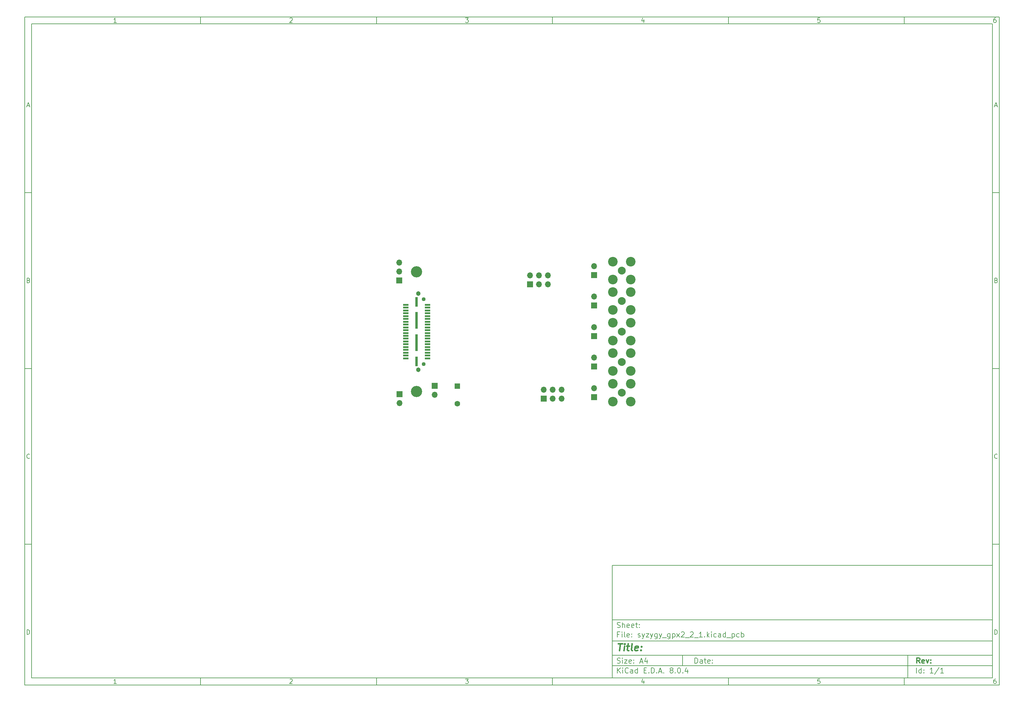
<source format=gbr>
%TF.GenerationSoftware,KiCad,Pcbnew,8.0.4*%
%TF.CreationDate,2025-07-14T14:52:46+02:00*%
%TF.ProjectId,syzygy_gpx2_2_1,73797a79-6779-45f6-9770-78325f325f31,rev?*%
%TF.SameCoordinates,Original*%
%TF.FileFunction,Soldermask,Bot*%
%TF.FilePolarity,Negative*%
%FSLAX46Y46*%
G04 Gerber Fmt 4.6, Leading zero omitted, Abs format (unit mm)*
G04 Created by KiCad (PCBNEW 8.0.4) date 2025-07-14 14:52:46*
%MOMM*%
%LPD*%
G01*
G04 APERTURE LIST*
G04 Aperture macros list*
%AMRoundRect*
0 Rectangle with rounded corners*
0 $1 Rounding radius*
0 $2 $3 $4 $5 $6 $7 $8 $9 X,Y pos of 4 corners*
0 Add a 4 corners polygon primitive as box body*
4,1,4,$2,$3,$4,$5,$6,$7,$8,$9,$2,$3,0*
0 Add four circle primitives for the rounded corners*
1,1,$1+$1,$2,$3*
1,1,$1+$1,$4,$5*
1,1,$1+$1,$6,$7*
1,1,$1+$1,$8,$9*
0 Add four rect primitives between the rounded corners*
20,1,$1+$1,$2,$3,$4,$5,0*
20,1,$1+$1,$4,$5,$6,$7,0*
20,1,$1+$1,$6,$7,$8,$9,0*
20,1,$1+$1,$8,$9,$2,$3,0*%
G04 Aperture macros list end*
%ADD10C,0.100000*%
%ADD11C,0.150000*%
%ADD12C,0.300000*%
%ADD13C,0.400000*%
%ADD14R,1.700000X1.700000*%
%ADD15O,1.700000X1.700000*%
%ADD16C,2.240000*%
%ADD17C,2.740000*%
%ADD18R,1.600000X1.600000*%
%ADD19C,1.600000*%
%ADD20C,3.200000*%
%ADD21C,1.121600*%
%ADD22RoundRect,0.050800X0.320000X-1.270000X0.320000X1.270000X-0.320000X1.270000X-0.320000X-1.270000X0*%
%ADD23RoundRect,0.050800X0.320000X-2.350000X0.320000X2.350000X-0.320000X2.350000X-0.320000X-2.350000X0*%
%ADD24RoundRect,0.050800X0.725000X-0.230000X0.725000X0.230000X-0.725000X0.230000X-0.725000X-0.230000X0*%
%ADD25C,1.301600*%
G04 APERTURE END LIST*
D10*
D11*
X177002200Y-166007200D02*
X285002200Y-166007200D01*
X285002200Y-198007200D01*
X177002200Y-198007200D01*
X177002200Y-166007200D01*
D10*
D11*
X10000000Y-10000000D02*
X287002200Y-10000000D01*
X287002200Y-200007200D01*
X10000000Y-200007200D01*
X10000000Y-10000000D01*
D10*
D11*
X12000000Y-12000000D02*
X285002200Y-12000000D01*
X285002200Y-198007200D01*
X12000000Y-198007200D01*
X12000000Y-12000000D01*
D10*
D11*
X60000000Y-12000000D02*
X60000000Y-10000000D01*
D10*
D11*
X110000000Y-12000000D02*
X110000000Y-10000000D01*
D10*
D11*
X160000000Y-12000000D02*
X160000000Y-10000000D01*
D10*
D11*
X210000000Y-12000000D02*
X210000000Y-10000000D01*
D10*
D11*
X260000000Y-12000000D02*
X260000000Y-10000000D01*
D10*
D11*
X36089160Y-11593604D02*
X35346303Y-11593604D01*
X35717731Y-11593604D02*
X35717731Y-10293604D01*
X35717731Y-10293604D02*
X35593922Y-10479319D01*
X35593922Y-10479319D02*
X35470112Y-10603128D01*
X35470112Y-10603128D02*
X35346303Y-10665033D01*
D10*
D11*
X85346303Y-10417414D02*
X85408207Y-10355509D01*
X85408207Y-10355509D02*
X85532017Y-10293604D01*
X85532017Y-10293604D02*
X85841541Y-10293604D01*
X85841541Y-10293604D02*
X85965350Y-10355509D01*
X85965350Y-10355509D02*
X86027255Y-10417414D01*
X86027255Y-10417414D02*
X86089160Y-10541223D01*
X86089160Y-10541223D02*
X86089160Y-10665033D01*
X86089160Y-10665033D02*
X86027255Y-10850747D01*
X86027255Y-10850747D02*
X85284398Y-11593604D01*
X85284398Y-11593604D02*
X86089160Y-11593604D01*
D10*
D11*
X135284398Y-10293604D02*
X136089160Y-10293604D01*
X136089160Y-10293604D02*
X135655826Y-10788842D01*
X135655826Y-10788842D02*
X135841541Y-10788842D01*
X135841541Y-10788842D02*
X135965350Y-10850747D01*
X135965350Y-10850747D02*
X136027255Y-10912652D01*
X136027255Y-10912652D02*
X136089160Y-11036461D01*
X136089160Y-11036461D02*
X136089160Y-11345985D01*
X136089160Y-11345985D02*
X136027255Y-11469795D01*
X136027255Y-11469795D02*
X135965350Y-11531700D01*
X135965350Y-11531700D02*
X135841541Y-11593604D01*
X135841541Y-11593604D02*
X135470112Y-11593604D01*
X135470112Y-11593604D02*
X135346303Y-11531700D01*
X135346303Y-11531700D02*
X135284398Y-11469795D01*
D10*
D11*
X185965350Y-10726938D02*
X185965350Y-11593604D01*
X185655826Y-10231700D02*
X185346303Y-11160271D01*
X185346303Y-11160271D02*
X186151064Y-11160271D01*
D10*
D11*
X236027255Y-10293604D02*
X235408207Y-10293604D01*
X235408207Y-10293604D02*
X235346303Y-10912652D01*
X235346303Y-10912652D02*
X235408207Y-10850747D01*
X235408207Y-10850747D02*
X235532017Y-10788842D01*
X235532017Y-10788842D02*
X235841541Y-10788842D01*
X235841541Y-10788842D02*
X235965350Y-10850747D01*
X235965350Y-10850747D02*
X236027255Y-10912652D01*
X236027255Y-10912652D02*
X236089160Y-11036461D01*
X236089160Y-11036461D02*
X236089160Y-11345985D01*
X236089160Y-11345985D02*
X236027255Y-11469795D01*
X236027255Y-11469795D02*
X235965350Y-11531700D01*
X235965350Y-11531700D02*
X235841541Y-11593604D01*
X235841541Y-11593604D02*
X235532017Y-11593604D01*
X235532017Y-11593604D02*
X235408207Y-11531700D01*
X235408207Y-11531700D02*
X235346303Y-11469795D01*
D10*
D11*
X285965350Y-10293604D02*
X285717731Y-10293604D01*
X285717731Y-10293604D02*
X285593922Y-10355509D01*
X285593922Y-10355509D02*
X285532017Y-10417414D01*
X285532017Y-10417414D02*
X285408207Y-10603128D01*
X285408207Y-10603128D02*
X285346303Y-10850747D01*
X285346303Y-10850747D02*
X285346303Y-11345985D01*
X285346303Y-11345985D02*
X285408207Y-11469795D01*
X285408207Y-11469795D02*
X285470112Y-11531700D01*
X285470112Y-11531700D02*
X285593922Y-11593604D01*
X285593922Y-11593604D02*
X285841541Y-11593604D01*
X285841541Y-11593604D02*
X285965350Y-11531700D01*
X285965350Y-11531700D02*
X286027255Y-11469795D01*
X286027255Y-11469795D02*
X286089160Y-11345985D01*
X286089160Y-11345985D02*
X286089160Y-11036461D01*
X286089160Y-11036461D02*
X286027255Y-10912652D01*
X286027255Y-10912652D02*
X285965350Y-10850747D01*
X285965350Y-10850747D02*
X285841541Y-10788842D01*
X285841541Y-10788842D02*
X285593922Y-10788842D01*
X285593922Y-10788842D02*
X285470112Y-10850747D01*
X285470112Y-10850747D02*
X285408207Y-10912652D01*
X285408207Y-10912652D02*
X285346303Y-11036461D01*
D10*
D11*
X60000000Y-198007200D02*
X60000000Y-200007200D01*
D10*
D11*
X110000000Y-198007200D02*
X110000000Y-200007200D01*
D10*
D11*
X160000000Y-198007200D02*
X160000000Y-200007200D01*
D10*
D11*
X210000000Y-198007200D02*
X210000000Y-200007200D01*
D10*
D11*
X260000000Y-198007200D02*
X260000000Y-200007200D01*
D10*
D11*
X36089160Y-199600804D02*
X35346303Y-199600804D01*
X35717731Y-199600804D02*
X35717731Y-198300804D01*
X35717731Y-198300804D02*
X35593922Y-198486519D01*
X35593922Y-198486519D02*
X35470112Y-198610328D01*
X35470112Y-198610328D02*
X35346303Y-198672233D01*
D10*
D11*
X85346303Y-198424614D02*
X85408207Y-198362709D01*
X85408207Y-198362709D02*
X85532017Y-198300804D01*
X85532017Y-198300804D02*
X85841541Y-198300804D01*
X85841541Y-198300804D02*
X85965350Y-198362709D01*
X85965350Y-198362709D02*
X86027255Y-198424614D01*
X86027255Y-198424614D02*
X86089160Y-198548423D01*
X86089160Y-198548423D02*
X86089160Y-198672233D01*
X86089160Y-198672233D02*
X86027255Y-198857947D01*
X86027255Y-198857947D02*
X85284398Y-199600804D01*
X85284398Y-199600804D02*
X86089160Y-199600804D01*
D10*
D11*
X135284398Y-198300804D02*
X136089160Y-198300804D01*
X136089160Y-198300804D02*
X135655826Y-198796042D01*
X135655826Y-198796042D02*
X135841541Y-198796042D01*
X135841541Y-198796042D02*
X135965350Y-198857947D01*
X135965350Y-198857947D02*
X136027255Y-198919852D01*
X136027255Y-198919852D02*
X136089160Y-199043661D01*
X136089160Y-199043661D02*
X136089160Y-199353185D01*
X136089160Y-199353185D02*
X136027255Y-199476995D01*
X136027255Y-199476995D02*
X135965350Y-199538900D01*
X135965350Y-199538900D02*
X135841541Y-199600804D01*
X135841541Y-199600804D02*
X135470112Y-199600804D01*
X135470112Y-199600804D02*
X135346303Y-199538900D01*
X135346303Y-199538900D02*
X135284398Y-199476995D01*
D10*
D11*
X185965350Y-198734138D02*
X185965350Y-199600804D01*
X185655826Y-198238900D02*
X185346303Y-199167471D01*
X185346303Y-199167471D02*
X186151064Y-199167471D01*
D10*
D11*
X236027255Y-198300804D02*
X235408207Y-198300804D01*
X235408207Y-198300804D02*
X235346303Y-198919852D01*
X235346303Y-198919852D02*
X235408207Y-198857947D01*
X235408207Y-198857947D02*
X235532017Y-198796042D01*
X235532017Y-198796042D02*
X235841541Y-198796042D01*
X235841541Y-198796042D02*
X235965350Y-198857947D01*
X235965350Y-198857947D02*
X236027255Y-198919852D01*
X236027255Y-198919852D02*
X236089160Y-199043661D01*
X236089160Y-199043661D02*
X236089160Y-199353185D01*
X236089160Y-199353185D02*
X236027255Y-199476995D01*
X236027255Y-199476995D02*
X235965350Y-199538900D01*
X235965350Y-199538900D02*
X235841541Y-199600804D01*
X235841541Y-199600804D02*
X235532017Y-199600804D01*
X235532017Y-199600804D02*
X235408207Y-199538900D01*
X235408207Y-199538900D02*
X235346303Y-199476995D01*
D10*
D11*
X285965350Y-198300804D02*
X285717731Y-198300804D01*
X285717731Y-198300804D02*
X285593922Y-198362709D01*
X285593922Y-198362709D02*
X285532017Y-198424614D01*
X285532017Y-198424614D02*
X285408207Y-198610328D01*
X285408207Y-198610328D02*
X285346303Y-198857947D01*
X285346303Y-198857947D02*
X285346303Y-199353185D01*
X285346303Y-199353185D02*
X285408207Y-199476995D01*
X285408207Y-199476995D02*
X285470112Y-199538900D01*
X285470112Y-199538900D02*
X285593922Y-199600804D01*
X285593922Y-199600804D02*
X285841541Y-199600804D01*
X285841541Y-199600804D02*
X285965350Y-199538900D01*
X285965350Y-199538900D02*
X286027255Y-199476995D01*
X286027255Y-199476995D02*
X286089160Y-199353185D01*
X286089160Y-199353185D02*
X286089160Y-199043661D01*
X286089160Y-199043661D02*
X286027255Y-198919852D01*
X286027255Y-198919852D02*
X285965350Y-198857947D01*
X285965350Y-198857947D02*
X285841541Y-198796042D01*
X285841541Y-198796042D02*
X285593922Y-198796042D01*
X285593922Y-198796042D02*
X285470112Y-198857947D01*
X285470112Y-198857947D02*
X285408207Y-198919852D01*
X285408207Y-198919852D02*
X285346303Y-199043661D01*
D10*
D11*
X10000000Y-60000000D02*
X12000000Y-60000000D01*
D10*
D11*
X10000000Y-110000000D02*
X12000000Y-110000000D01*
D10*
D11*
X10000000Y-160000000D02*
X12000000Y-160000000D01*
D10*
D11*
X10690476Y-35222176D02*
X11309523Y-35222176D01*
X10566666Y-35593604D02*
X10999999Y-34293604D01*
X10999999Y-34293604D02*
X11433333Y-35593604D01*
D10*
D11*
X11092857Y-84912652D02*
X11278571Y-84974557D01*
X11278571Y-84974557D02*
X11340476Y-85036461D01*
X11340476Y-85036461D02*
X11402380Y-85160271D01*
X11402380Y-85160271D02*
X11402380Y-85345985D01*
X11402380Y-85345985D02*
X11340476Y-85469795D01*
X11340476Y-85469795D02*
X11278571Y-85531700D01*
X11278571Y-85531700D02*
X11154761Y-85593604D01*
X11154761Y-85593604D02*
X10659523Y-85593604D01*
X10659523Y-85593604D02*
X10659523Y-84293604D01*
X10659523Y-84293604D02*
X11092857Y-84293604D01*
X11092857Y-84293604D02*
X11216666Y-84355509D01*
X11216666Y-84355509D02*
X11278571Y-84417414D01*
X11278571Y-84417414D02*
X11340476Y-84541223D01*
X11340476Y-84541223D02*
X11340476Y-84665033D01*
X11340476Y-84665033D02*
X11278571Y-84788842D01*
X11278571Y-84788842D02*
X11216666Y-84850747D01*
X11216666Y-84850747D02*
X11092857Y-84912652D01*
X11092857Y-84912652D02*
X10659523Y-84912652D01*
D10*
D11*
X11402380Y-135469795D02*
X11340476Y-135531700D01*
X11340476Y-135531700D02*
X11154761Y-135593604D01*
X11154761Y-135593604D02*
X11030952Y-135593604D01*
X11030952Y-135593604D02*
X10845238Y-135531700D01*
X10845238Y-135531700D02*
X10721428Y-135407890D01*
X10721428Y-135407890D02*
X10659523Y-135284080D01*
X10659523Y-135284080D02*
X10597619Y-135036461D01*
X10597619Y-135036461D02*
X10597619Y-134850747D01*
X10597619Y-134850747D02*
X10659523Y-134603128D01*
X10659523Y-134603128D02*
X10721428Y-134479319D01*
X10721428Y-134479319D02*
X10845238Y-134355509D01*
X10845238Y-134355509D02*
X11030952Y-134293604D01*
X11030952Y-134293604D02*
X11154761Y-134293604D01*
X11154761Y-134293604D02*
X11340476Y-134355509D01*
X11340476Y-134355509D02*
X11402380Y-134417414D01*
D10*
D11*
X10659523Y-185593604D02*
X10659523Y-184293604D01*
X10659523Y-184293604D02*
X10969047Y-184293604D01*
X10969047Y-184293604D02*
X11154761Y-184355509D01*
X11154761Y-184355509D02*
X11278571Y-184479319D01*
X11278571Y-184479319D02*
X11340476Y-184603128D01*
X11340476Y-184603128D02*
X11402380Y-184850747D01*
X11402380Y-184850747D02*
X11402380Y-185036461D01*
X11402380Y-185036461D02*
X11340476Y-185284080D01*
X11340476Y-185284080D02*
X11278571Y-185407890D01*
X11278571Y-185407890D02*
X11154761Y-185531700D01*
X11154761Y-185531700D02*
X10969047Y-185593604D01*
X10969047Y-185593604D02*
X10659523Y-185593604D01*
D10*
D11*
X287002200Y-60000000D02*
X285002200Y-60000000D01*
D10*
D11*
X287002200Y-110000000D02*
X285002200Y-110000000D01*
D10*
D11*
X287002200Y-160000000D02*
X285002200Y-160000000D01*
D10*
D11*
X285692676Y-35222176D02*
X286311723Y-35222176D01*
X285568866Y-35593604D02*
X286002199Y-34293604D01*
X286002199Y-34293604D02*
X286435533Y-35593604D01*
D10*
D11*
X286095057Y-84912652D02*
X286280771Y-84974557D01*
X286280771Y-84974557D02*
X286342676Y-85036461D01*
X286342676Y-85036461D02*
X286404580Y-85160271D01*
X286404580Y-85160271D02*
X286404580Y-85345985D01*
X286404580Y-85345985D02*
X286342676Y-85469795D01*
X286342676Y-85469795D02*
X286280771Y-85531700D01*
X286280771Y-85531700D02*
X286156961Y-85593604D01*
X286156961Y-85593604D02*
X285661723Y-85593604D01*
X285661723Y-85593604D02*
X285661723Y-84293604D01*
X285661723Y-84293604D02*
X286095057Y-84293604D01*
X286095057Y-84293604D02*
X286218866Y-84355509D01*
X286218866Y-84355509D02*
X286280771Y-84417414D01*
X286280771Y-84417414D02*
X286342676Y-84541223D01*
X286342676Y-84541223D02*
X286342676Y-84665033D01*
X286342676Y-84665033D02*
X286280771Y-84788842D01*
X286280771Y-84788842D02*
X286218866Y-84850747D01*
X286218866Y-84850747D02*
X286095057Y-84912652D01*
X286095057Y-84912652D02*
X285661723Y-84912652D01*
D10*
D11*
X286404580Y-135469795D02*
X286342676Y-135531700D01*
X286342676Y-135531700D02*
X286156961Y-135593604D01*
X286156961Y-135593604D02*
X286033152Y-135593604D01*
X286033152Y-135593604D02*
X285847438Y-135531700D01*
X285847438Y-135531700D02*
X285723628Y-135407890D01*
X285723628Y-135407890D02*
X285661723Y-135284080D01*
X285661723Y-135284080D02*
X285599819Y-135036461D01*
X285599819Y-135036461D02*
X285599819Y-134850747D01*
X285599819Y-134850747D02*
X285661723Y-134603128D01*
X285661723Y-134603128D02*
X285723628Y-134479319D01*
X285723628Y-134479319D02*
X285847438Y-134355509D01*
X285847438Y-134355509D02*
X286033152Y-134293604D01*
X286033152Y-134293604D02*
X286156961Y-134293604D01*
X286156961Y-134293604D02*
X286342676Y-134355509D01*
X286342676Y-134355509D02*
X286404580Y-134417414D01*
D10*
D11*
X285661723Y-185593604D02*
X285661723Y-184293604D01*
X285661723Y-184293604D02*
X285971247Y-184293604D01*
X285971247Y-184293604D02*
X286156961Y-184355509D01*
X286156961Y-184355509D02*
X286280771Y-184479319D01*
X286280771Y-184479319D02*
X286342676Y-184603128D01*
X286342676Y-184603128D02*
X286404580Y-184850747D01*
X286404580Y-184850747D02*
X286404580Y-185036461D01*
X286404580Y-185036461D02*
X286342676Y-185284080D01*
X286342676Y-185284080D02*
X286280771Y-185407890D01*
X286280771Y-185407890D02*
X286156961Y-185531700D01*
X286156961Y-185531700D02*
X285971247Y-185593604D01*
X285971247Y-185593604D02*
X285661723Y-185593604D01*
D10*
D11*
X200458026Y-193793328D02*
X200458026Y-192293328D01*
X200458026Y-192293328D02*
X200815169Y-192293328D01*
X200815169Y-192293328D02*
X201029455Y-192364757D01*
X201029455Y-192364757D02*
X201172312Y-192507614D01*
X201172312Y-192507614D02*
X201243741Y-192650471D01*
X201243741Y-192650471D02*
X201315169Y-192936185D01*
X201315169Y-192936185D02*
X201315169Y-193150471D01*
X201315169Y-193150471D02*
X201243741Y-193436185D01*
X201243741Y-193436185D02*
X201172312Y-193579042D01*
X201172312Y-193579042D02*
X201029455Y-193721900D01*
X201029455Y-193721900D02*
X200815169Y-193793328D01*
X200815169Y-193793328D02*
X200458026Y-193793328D01*
X202600884Y-193793328D02*
X202600884Y-193007614D01*
X202600884Y-193007614D02*
X202529455Y-192864757D01*
X202529455Y-192864757D02*
X202386598Y-192793328D01*
X202386598Y-192793328D02*
X202100884Y-192793328D01*
X202100884Y-192793328D02*
X201958026Y-192864757D01*
X202600884Y-193721900D02*
X202458026Y-193793328D01*
X202458026Y-193793328D02*
X202100884Y-193793328D01*
X202100884Y-193793328D02*
X201958026Y-193721900D01*
X201958026Y-193721900D02*
X201886598Y-193579042D01*
X201886598Y-193579042D02*
X201886598Y-193436185D01*
X201886598Y-193436185D02*
X201958026Y-193293328D01*
X201958026Y-193293328D02*
X202100884Y-193221900D01*
X202100884Y-193221900D02*
X202458026Y-193221900D01*
X202458026Y-193221900D02*
X202600884Y-193150471D01*
X203100884Y-192793328D02*
X203672312Y-192793328D01*
X203315169Y-192293328D02*
X203315169Y-193579042D01*
X203315169Y-193579042D02*
X203386598Y-193721900D01*
X203386598Y-193721900D02*
X203529455Y-193793328D01*
X203529455Y-193793328D02*
X203672312Y-193793328D01*
X204743741Y-193721900D02*
X204600884Y-193793328D01*
X204600884Y-193793328D02*
X204315170Y-193793328D01*
X204315170Y-193793328D02*
X204172312Y-193721900D01*
X204172312Y-193721900D02*
X204100884Y-193579042D01*
X204100884Y-193579042D02*
X204100884Y-193007614D01*
X204100884Y-193007614D02*
X204172312Y-192864757D01*
X204172312Y-192864757D02*
X204315170Y-192793328D01*
X204315170Y-192793328D02*
X204600884Y-192793328D01*
X204600884Y-192793328D02*
X204743741Y-192864757D01*
X204743741Y-192864757D02*
X204815170Y-193007614D01*
X204815170Y-193007614D02*
X204815170Y-193150471D01*
X204815170Y-193150471D02*
X204100884Y-193293328D01*
X205458026Y-193650471D02*
X205529455Y-193721900D01*
X205529455Y-193721900D02*
X205458026Y-193793328D01*
X205458026Y-193793328D02*
X205386598Y-193721900D01*
X205386598Y-193721900D02*
X205458026Y-193650471D01*
X205458026Y-193650471D02*
X205458026Y-193793328D01*
X205458026Y-192864757D02*
X205529455Y-192936185D01*
X205529455Y-192936185D02*
X205458026Y-193007614D01*
X205458026Y-193007614D02*
X205386598Y-192936185D01*
X205386598Y-192936185D02*
X205458026Y-192864757D01*
X205458026Y-192864757D02*
X205458026Y-193007614D01*
D10*
D11*
X177002200Y-194507200D02*
X285002200Y-194507200D01*
D10*
D11*
X178458026Y-196593328D02*
X178458026Y-195093328D01*
X179315169Y-196593328D02*
X178672312Y-195736185D01*
X179315169Y-195093328D02*
X178458026Y-195950471D01*
X179958026Y-196593328D02*
X179958026Y-195593328D01*
X179958026Y-195093328D02*
X179886598Y-195164757D01*
X179886598Y-195164757D02*
X179958026Y-195236185D01*
X179958026Y-195236185D02*
X180029455Y-195164757D01*
X180029455Y-195164757D02*
X179958026Y-195093328D01*
X179958026Y-195093328D02*
X179958026Y-195236185D01*
X181529455Y-196450471D02*
X181458027Y-196521900D01*
X181458027Y-196521900D02*
X181243741Y-196593328D01*
X181243741Y-196593328D02*
X181100884Y-196593328D01*
X181100884Y-196593328D02*
X180886598Y-196521900D01*
X180886598Y-196521900D02*
X180743741Y-196379042D01*
X180743741Y-196379042D02*
X180672312Y-196236185D01*
X180672312Y-196236185D02*
X180600884Y-195950471D01*
X180600884Y-195950471D02*
X180600884Y-195736185D01*
X180600884Y-195736185D02*
X180672312Y-195450471D01*
X180672312Y-195450471D02*
X180743741Y-195307614D01*
X180743741Y-195307614D02*
X180886598Y-195164757D01*
X180886598Y-195164757D02*
X181100884Y-195093328D01*
X181100884Y-195093328D02*
X181243741Y-195093328D01*
X181243741Y-195093328D02*
X181458027Y-195164757D01*
X181458027Y-195164757D02*
X181529455Y-195236185D01*
X182815170Y-196593328D02*
X182815170Y-195807614D01*
X182815170Y-195807614D02*
X182743741Y-195664757D01*
X182743741Y-195664757D02*
X182600884Y-195593328D01*
X182600884Y-195593328D02*
X182315170Y-195593328D01*
X182315170Y-195593328D02*
X182172312Y-195664757D01*
X182815170Y-196521900D02*
X182672312Y-196593328D01*
X182672312Y-196593328D02*
X182315170Y-196593328D01*
X182315170Y-196593328D02*
X182172312Y-196521900D01*
X182172312Y-196521900D02*
X182100884Y-196379042D01*
X182100884Y-196379042D02*
X182100884Y-196236185D01*
X182100884Y-196236185D02*
X182172312Y-196093328D01*
X182172312Y-196093328D02*
X182315170Y-196021900D01*
X182315170Y-196021900D02*
X182672312Y-196021900D01*
X182672312Y-196021900D02*
X182815170Y-195950471D01*
X184172313Y-196593328D02*
X184172313Y-195093328D01*
X184172313Y-196521900D02*
X184029455Y-196593328D01*
X184029455Y-196593328D02*
X183743741Y-196593328D01*
X183743741Y-196593328D02*
X183600884Y-196521900D01*
X183600884Y-196521900D02*
X183529455Y-196450471D01*
X183529455Y-196450471D02*
X183458027Y-196307614D01*
X183458027Y-196307614D02*
X183458027Y-195879042D01*
X183458027Y-195879042D02*
X183529455Y-195736185D01*
X183529455Y-195736185D02*
X183600884Y-195664757D01*
X183600884Y-195664757D02*
X183743741Y-195593328D01*
X183743741Y-195593328D02*
X184029455Y-195593328D01*
X184029455Y-195593328D02*
X184172313Y-195664757D01*
X186029455Y-195807614D02*
X186529455Y-195807614D01*
X186743741Y-196593328D02*
X186029455Y-196593328D01*
X186029455Y-196593328D02*
X186029455Y-195093328D01*
X186029455Y-195093328D02*
X186743741Y-195093328D01*
X187386598Y-196450471D02*
X187458027Y-196521900D01*
X187458027Y-196521900D02*
X187386598Y-196593328D01*
X187386598Y-196593328D02*
X187315170Y-196521900D01*
X187315170Y-196521900D02*
X187386598Y-196450471D01*
X187386598Y-196450471D02*
X187386598Y-196593328D01*
X188100884Y-196593328D02*
X188100884Y-195093328D01*
X188100884Y-195093328D02*
X188458027Y-195093328D01*
X188458027Y-195093328D02*
X188672313Y-195164757D01*
X188672313Y-195164757D02*
X188815170Y-195307614D01*
X188815170Y-195307614D02*
X188886599Y-195450471D01*
X188886599Y-195450471D02*
X188958027Y-195736185D01*
X188958027Y-195736185D02*
X188958027Y-195950471D01*
X188958027Y-195950471D02*
X188886599Y-196236185D01*
X188886599Y-196236185D02*
X188815170Y-196379042D01*
X188815170Y-196379042D02*
X188672313Y-196521900D01*
X188672313Y-196521900D02*
X188458027Y-196593328D01*
X188458027Y-196593328D02*
X188100884Y-196593328D01*
X189600884Y-196450471D02*
X189672313Y-196521900D01*
X189672313Y-196521900D02*
X189600884Y-196593328D01*
X189600884Y-196593328D02*
X189529456Y-196521900D01*
X189529456Y-196521900D02*
X189600884Y-196450471D01*
X189600884Y-196450471D02*
X189600884Y-196593328D01*
X190243742Y-196164757D02*
X190958028Y-196164757D01*
X190100885Y-196593328D02*
X190600885Y-195093328D01*
X190600885Y-195093328D02*
X191100885Y-196593328D01*
X191600884Y-196450471D02*
X191672313Y-196521900D01*
X191672313Y-196521900D02*
X191600884Y-196593328D01*
X191600884Y-196593328D02*
X191529456Y-196521900D01*
X191529456Y-196521900D02*
X191600884Y-196450471D01*
X191600884Y-196450471D02*
X191600884Y-196593328D01*
X193672313Y-195736185D02*
X193529456Y-195664757D01*
X193529456Y-195664757D02*
X193458027Y-195593328D01*
X193458027Y-195593328D02*
X193386599Y-195450471D01*
X193386599Y-195450471D02*
X193386599Y-195379042D01*
X193386599Y-195379042D02*
X193458027Y-195236185D01*
X193458027Y-195236185D02*
X193529456Y-195164757D01*
X193529456Y-195164757D02*
X193672313Y-195093328D01*
X193672313Y-195093328D02*
X193958027Y-195093328D01*
X193958027Y-195093328D02*
X194100885Y-195164757D01*
X194100885Y-195164757D02*
X194172313Y-195236185D01*
X194172313Y-195236185D02*
X194243742Y-195379042D01*
X194243742Y-195379042D02*
X194243742Y-195450471D01*
X194243742Y-195450471D02*
X194172313Y-195593328D01*
X194172313Y-195593328D02*
X194100885Y-195664757D01*
X194100885Y-195664757D02*
X193958027Y-195736185D01*
X193958027Y-195736185D02*
X193672313Y-195736185D01*
X193672313Y-195736185D02*
X193529456Y-195807614D01*
X193529456Y-195807614D02*
X193458027Y-195879042D01*
X193458027Y-195879042D02*
X193386599Y-196021900D01*
X193386599Y-196021900D02*
X193386599Y-196307614D01*
X193386599Y-196307614D02*
X193458027Y-196450471D01*
X193458027Y-196450471D02*
X193529456Y-196521900D01*
X193529456Y-196521900D02*
X193672313Y-196593328D01*
X193672313Y-196593328D02*
X193958027Y-196593328D01*
X193958027Y-196593328D02*
X194100885Y-196521900D01*
X194100885Y-196521900D02*
X194172313Y-196450471D01*
X194172313Y-196450471D02*
X194243742Y-196307614D01*
X194243742Y-196307614D02*
X194243742Y-196021900D01*
X194243742Y-196021900D02*
X194172313Y-195879042D01*
X194172313Y-195879042D02*
X194100885Y-195807614D01*
X194100885Y-195807614D02*
X193958027Y-195736185D01*
X194886598Y-196450471D02*
X194958027Y-196521900D01*
X194958027Y-196521900D02*
X194886598Y-196593328D01*
X194886598Y-196593328D02*
X194815170Y-196521900D01*
X194815170Y-196521900D02*
X194886598Y-196450471D01*
X194886598Y-196450471D02*
X194886598Y-196593328D01*
X195886599Y-195093328D02*
X196029456Y-195093328D01*
X196029456Y-195093328D02*
X196172313Y-195164757D01*
X196172313Y-195164757D02*
X196243742Y-195236185D01*
X196243742Y-195236185D02*
X196315170Y-195379042D01*
X196315170Y-195379042D02*
X196386599Y-195664757D01*
X196386599Y-195664757D02*
X196386599Y-196021900D01*
X196386599Y-196021900D02*
X196315170Y-196307614D01*
X196315170Y-196307614D02*
X196243742Y-196450471D01*
X196243742Y-196450471D02*
X196172313Y-196521900D01*
X196172313Y-196521900D02*
X196029456Y-196593328D01*
X196029456Y-196593328D02*
X195886599Y-196593328D01*
X195886599Y-196593328D02*
X195743742Y-196521900D01*
X195743742Y-196521900D02*
X195672313Y-196450471D01*
X195672313Y-196450471D02*
X195600884Y-196307614D01*
X195600884Y-196307614D02*
X195529456Y-196021900D01*
X195529456Y-196021900D02*
X195529456Y-195664757D01*
X195529456Y-195664757D02*
X195600884Y-195379042D01*
X195600884Y-195379042D02*
X195672313Y-195236185D01*
X195672313Y-195236185D02*
X195743742Y-195164757D01*
X195743742Y-195164757D02*
X195886599Y-195093328D01*
X197029455Y-196450471D02*
X197100884Y-196521900D01*
X197100884Y-196521900D02*
X197029455Y-196593328D01*
X197029455Y-196593328D02*
X196958027Y-196521900D01*
X196958027Y-196521900D02*
X197029455Y-196450471D01*
X197029455Y-196450471D02*
X197029455Y-196593328D01*
X198386599Y-195593328D02*
X198386599Y-196593328D01*
X198029456Y-195021900D02*
X197672313Y-196093328D01*
X197672313Y-196093328D02*
X198600884Y-196093328D01*
D10*
D11*
X177002200Y-191507200D02*
X285002200Y-191507200D01*
D10*
D12*
X264413853Y-193785528D02*
X263913853Y-193071242D01*
X263556710Y-193785528D02*
X263556710Y-192285528D01*
X263556710Y-192285528D02*
X264128139Y-192285528D01*
X264128139Y-192285528D02*
X264270996Y-192356957D01*
X264270996Y-192356957D02*
X264342425Y-192428385D01*
X264342425Y-192428385D02*
X264413853Y-192571242D01*
X264413853Y-192571242D02*
X264413853Y-192785528D01*
X264413853Y-192785528D02*
X264342425Y-192928385D01*
X264342425Y-192928385D02*
X264270996Y-192999814D01*
X264270996Y-192999814D02*
X264128139Y-193071242D01*
X264128139Y-193071242D02*
X263556710Y-193071242D01*
X265628139Y-193714100D02*
X265485282Y-193785528D01*
X265485282Y-193785528D02*
X265199568Y-193785528D01*
X265199568Y-193785528D02*
X265056710Y-193714100D01*
X265056710Y-193714100D02*
X264985282Y-193571242D01*
X264985282Y-193571242D02*
X264985282Y-192999814D01*
X264985282Y-192999814D02*
X265056710Y-192856957D01*
X265056710Y-192856957D02*
X265199568Y-192785528D01*
X265199568Y-192785528D02*
X265485282Y-192785528D01*
X265485282Y-192785528D02*
X265628139Y-192856957D01*
X265628139Y-192856957D02*
X265699568Y-192999814D01*
X265699568Y-192999814D02*
X265699568Y-193142671D01*
X265699568Y-193142671D02*
X264985282Y-193285528D01*
X266199567Y-192785528D02*
X266556710Y-193785528D01*
X266556710Y-193785528D02*
X266913853Y-192785528D01*
X267485281Y-193642671D02*
X267556710Y-193714100D01*
X267556710Y-193714100D02*
X267485281Y-193785528D01*
X267485281Y-193785528D02*
X267413853Y-193714100D01*
X267413853Y-193714100D02*
X267485281Y-193642671D01*
X267485281Y-193642671D02*
X267485281Y-193785528D01*
X267485281Y-192856957D02*
X267556710Y-192928385D01*
X267556710Y-192928385D02*
X267485281Y-192999814D01*
X267485281Y-192999814D02*
X267413853Y-192928385D01*
X267413853Y-192928385D02*
X267485281Y-192856957D01*
X267485281Y-192856957D02*
X267485281Y-192999814D01*
D10*
D11*
X178386598Y-193721900D02*
X178600884Y-193793328D01*
X178600884Y-193793328D02*
X178958026Y-193793328D01*
X178958026Y-193793328D02*
X179100884Y-193721900D01*
X179100884Y-193721900D02*
X179172312Y-193650471D01*
X179172312Y-193650471D02*
X179243741Y-193507614D01*
X179243741Y-193507614D02*
X179243741Y-193364757D01*
X179243741Y-193364757D02*
X179172312Y-193221900D01*
X179172312Y-193221900D02*
X179100884Y-193150471D01*
X179100884Y-193150471D02*
X178958026Y-193079042D01*
X178958026Y-193079042D02*
X178672312Y-193007614D01*
X178672312Y-193007614D02*
X178529455Y-192936185D01*
X178529455Y-192936185D02*
X178458026Y-192864757D01*
X178458026Y-192864757D02*
X178386598Y-192721900D01*
X178386598Y-192721900D02*
X178386598Y-192579042D01*
X178386598Y-192579042D02*
X178458026Y-192436185D01*
X178458026Y-192436185D02*
X178529455Y-192364757D01*
X178529455Y-192364757D02*
X178672312Y-192293328D01*
X178672312Y-192293328D02*
X179029455Y-192293328D01*
X179029455Y-192293328D02*
X179243741Y-192364757D01*
X179886597Y-193793328D02*
X179886597Y-192793328D01*
X179886597Y-192293328D02*
X179815169Y-192364757D01*
X179815169Y-192364757D02*
X179886597Y-192436185D01*
X179886597Y-192436185D02*
X179958026Y-192364757D01*
X179958026Y-192364757D02*
X179886597Y-192293328D01*
X179886597Y-192293328D02*
X179886597Y-192436185D01*
X180458026Y-192793328D02*
X181243741Y-192793328D01*
X181243741Y-192793328D02*
X180458026Y-193793328D01*
X180458026Y-193793328D02*
X181243741Y-193793328D01*
X182386598Y-193721900D02*
X182243741Y-193793328D01*
X182243741Y-193793328D02*
X181958027Y-193793328D01*
X181958027Y-193793328D02*
X181815169Y-193721900D01*
X181815169Y-193721900D02*
X181743741Y-193579042D01*
X181743741Y-193579042D02*
X181743741Y-193007614D01*
X181743741Y-193007614D02*
X181815169Y-192864757D01*
X181815169Y-192864757D02*
X181958027Y-192793328D01*
X181958027Y-192793328D02*
X182243741Y-192793328D01*
X182243741Y-192793328D02*
X182386598Y-192864757D01*
X182386598Y-192864757D02*
X182458027Y-193007614D01*
X182458027Y-193007614D02*
X182458027Y-193150471D01*
X182458027Y-193150471D02*
X181743741Y-193293328D01*
X183100883Y-193650471D02*
X183172312Y-193721900D01*
X183172312Y-193721900D02*
X183100883Y-193793328D01*
X183100883Y-193793328D02*
X183029455Y-193721900D01*
X183029455Y-193721900D02*
X183100883Y-193650471D01*
X183100883Y-193650471D02*
X183100883Y-193793328D01*
X183100883Y-192864757D02*
X183172312Y-192936185D01*
X183172312Y-192936185D02*
X183100883Y-193007614D01*
X183100883Y-193007614D02*
X183029455Y-192936185D01*
X183029455Y-192936185D02*
X183100883Y-192864757D01*
X183100883Y-192864757D02*
X183100883Y-193007614D01*
X184886598Y-193364757D02*
X185600884Y-193364757D01*
X184743741Y-193793328D02*
X185243741Y-192293328D01*
X185243741Y-192293328D02*
X185743741Y-193793328D01*
X186886598Y-192793328D02*
X186886598Y-193793328D01*
X186529455Y-192221900D02*
X186172312Y-193293328D01*
X186172312Y-193293328D02*
X187100883Y-193293328D01*
D10*
D11*
X263458026Y-196593328D02*
X263458026Y-195093328D01*
X264815170Y-196593328D02*
X264815170Y-195093328D01*
X264815170Y-196521900D02*
X264672312Y-196593328D01*
X264672312Y-196593328D02*
X264386598Y-196593328D01*
X264386598Y-196593328D02*
X264243741Y-196521900D01*
X264243741Y-196521900D02*
X264172312Y-196450471D01*
X264172312Y-196450471D02*
X264100884Y-196307614D01*
X264100884Y-196307614D02*
X264100884Y-195879042D01*
X264100884Y-195879042D02*
X264172312Y-195736185D01*
X264172312Y-195736185D02*
X264243741Y-195664757D01*
X264243741Y-195664757D02*
X264386598Y-195593328D01*
X264386598Y-195593328D02*
X264672312Y-195593328D01*
X264672312Y-195593328D02*
X264815170Y-195664757D01*
X265529455Y-196450471D02*
X265600884Y-196521900D01*
X265600884Y-196521900D02*
X265529455Y-196593328D01*
X265529455Y-196593328D02*
X265458027Y-196521900D01*
X265458027Y-196521900D02*
X265529455Y-196450471D01*
X265529455Y-196450471D02*
X265529455Y-196593328D01*
X265529455Y-195664757D02*
X265600884Y-195736185D01*
X265600884Y-195736185D02*
X265529455Y-195807614D01*
X265529455Y-195807614D02*
X265458027Y-195736185D01*
X265458027Y-195736185D02*
X265529455Y-195664757D01*
X265529455Y-195664757D02*
X265529455Y-195807614D01*
X268172313Y-196593328D02*
X267315170Y-196593328D01*
X267743741Y-196593328D02*
X267743741Y-195093328D01*
X267743741Y-195093328D02*
X267600884Y-195307614D01*
X267600884Y-195307614D02*
X267458027Y-195450471D01*
X267458027Y-195450471D02*
X267315170Y-195521900D01*
X269886598Y-195021900D02*
X268600884Y-196950471D01*
X271172313Y-196593328D02*
X270315170Y-196593328D01*
X270743741Y-196593328D02*
X270743741Y-195093328D01*
X270743741Y-195093328D02*
X270600884Y-195307614D01*
X270600884Y-195307614D02*
X270458027Y-195450471D01*
X270458027Y-195450471D02*
X270315170Y-195521900D01*
D10*
D11*
X177002200Y-187507200D02*
X285002200Y-187507200D01*
D10*
D13*
X178693928Y-188211638D02*
X179836785Y-188211638D01*
X179015357Y-190211638D02*
X179265357Y-188211638D01*
X180253452Y-190211638D02*
X180420119Y-188878304D01*
X180503452Y-188211638D02*
X180396309Y-188306876D01*
X180396309Y-188306876D02*
X180479643Y-188402114D01*
X180479643Y-188402114D02*
X180586786Y-188306876D01*
X180586786Y-188306876D02*
X180503452Y-188211638D01*
X180503452Y-188211638D02*
X180479643Y-188402114D01*
X181086786Y-188878304D02*
X181848690Y-188878304D01*
X181455833Y-188211638D02*
X181241548Y-189925923D01*
X181241548Y-189925923D02*
X181312976Y-190116400D01*
X181312976Y-190116400D02*
X181491548Y-190211638D01*
X181491548Y-190211638D02*
X181682024Y-190211638D01*
X182634405Y-190211638D02*
X182455833Y-190116400D01*
X182455833Y-190116400D02*
X182384405Y-189925923D01*
X182384405Y-189925923D02*
X182598690Y-188211638D01*
X184170119Y-190116400D02*
X183967738Y-190211638D01*
X183967738Y-190211638D02*
X183586785Y-190211638D01*
X183586785Y-190211638D02*
X183408214Y-190116400D01*
X183408214Y-190116400D02*
X183336785Y-189925923D01*
X183336785Y-189925923D02*
X183432024Y-189164019D01*
X183432024Y-189164019D02*
X183551071Y-188973542D01*
X183551071Y-188973542D02*
X183753452Y-188878304D01*
X183753452Y-188878304D02*
X184134404Y-188878304D01*
X184134404Y-188878304D02*
X184312976Y-188973542D01*
X184312976Y-188973542D02*
X184384404Y-189164019D01*
X184384404Y-189164019D02*
X184360595Y-189354495D01*
X184360595Y-189354495D02*
X183384404Y-189544971D01*
X185134405Y-190021161D02*
X185217738Y-190116400D01*
X185217738Y-190116400D02*
X185110595Y-190211638D01*
X185110595Y-190211638D02*
X185027262Y-190116400D01*
X185027262Y-190116400D02*
X185134405Y-190021161D01*
X185134405Y-190021161D02*
X185110595Y-190211638D01*
X185265357Y-188973542D02*
X185348690Y-189068780D01*
X185348690Y-189068780D02*
X185241548Y-189164019D01*
X185241548Y-189164019D02*
X185158214Y-189068780D01*
X185158214Y-189068780D02*
X185265357Y-188973542D01*
X185265357Y-188973542D02*
X185241548Y-189164019D01*
D10*
D11*
X178958026Y-185607614D02*
X178458026Y-185607614D01*
X178458026Y-186393328D02*
X178458026Y-184893328D01*
X178458026Y-184893328D02*
X179172312Y-184893328D01*
X179743740Y-186393328D02*
X179743740Y-185393328D01*
X179743740Y-184893328D02*
X179672312Y-184964757D01*
X179672312Y-184964757D02*
X179743740Y-185036185D01*
X179743740Y-185036185D02*
X179815169Y-184964757D01*
X179815169Y-184964757D02*
X179743740Y-184893328D01*
X179743740Y-184893328D02*
X179743740Y-185036185D01*
X180672312Y-186393328D02*
X180529455Y-186321900D01*
X180529455Y-186321900D02*
X180458026Y-186179042D01*
X180458026Y-186179042D02*
X180458026Y-184893328D01*
X181815169Y-186321900D02*
X181672312Y-186393328D01*
X181672312Y-186393328D02*
X181386598Y-186393328D01*
X181386598Y-186393328D02*
X181243740Y-186321900D01*
X181243740Y-186321900D02*
X181172312Y-186179042D01*
X181172312Y-186179042D02*
X181172312Y-185607614D01*
X181172312Y-185607614D02*
X181243740Y-185464757D01*
X181243740Y-185464757D02*
X181386598Y-185393328D01*
X181386598Y-185393328D02*
X181672312Y-185393328D01*
X181672312Y-185393328D02*
X181815169Y-185464757D01*
X181815169Y-185464757D02*
X181886598Y-185607614D01*
X181886598Y-185607614D02*
X181886598Y-185750471D01*
X181886598Y-185750471D02*
X181172312Y-185893328D01*
X182529454Y-186250471D02*
X182600883Y-186321900D01*
X182600883Y-186321900D02*
X182529454Y-186393328D01*
X182529454Y-186393328D02*
X182458026Y-186321900D01*
X182458026Y-186321900D02*
X182529454Y-186250471D01*
X182529454Y-186250471D02*
X182529454Y-186393328D01*
X182529454Y-185464757D02*
X182600883Y-185536185D01*
X182600883Y-185536185D02*
X182529454Y-185607614D01*
X182529454Y-185607614D02*
X182458026Y-185536185D01*
X182458026Y-185536185D02*
X182529454Y-185464757D01*
X182529454Y-185464757D02*
X182529454Y-185607614D01*
X184315169Y-186321900D02*
X184458026Y-186393328D01*
X184458026Y-186393328D02*
X184743740Y-186393328D01*
X184743740Y-186393328D02*
X184886597Y-186321900D01*
X184886597Y-186321900D02*
X184958026Y-186179042D01*
X184958026Y-186179042D02*
X184958026Y-186107614D01*
X184958026Y-186107614D02*
X184886597Y-185964757D01*
X184886597Y-185964757D02*
X184743740Y-185893328D01*
X184743740Y-185893328D02*
X184529455Y-185893328D01*
X184529455Y-185893328D02*
X184386597Y-185821900D01*
X184386597Y-185821900D02*
X184315169Y-185679042D01*
X184315169Y-185679042D02*
X184315169Y-185607614D01*
X184315169Y-185607614D02*
X184386597Y-185464757D01*
X184386597Y-185464757D02*
X184529455Y-185393328D01*
X184529455Y-185393328D02*
X184743740Y-185393328D01*
X184743740Y-185393328D02*
X184886597Y-185464757D01*
X185458026Y-185393328D02*
X185815169Y-186393328D01*
X186172312Y-185393328D02*
X185815169Y-186393328D01*
X185815169Y-186393328D02*
X185672312Y-186750471D01*
X185672312Y-186750471D02*
X185600883Y-186821900D01*
X185600883Y-186821900D02*
X185458026Y-186893328D01*
X186600883Y-185393328D02*
X187386598Y-185393328D01*
X187386598Y-185393328D02*
X186600883Y-186393328D01*
X186600883Y-186393328D02*
X187386598Y-186393328D01*
X187815169Y-185393328D02*
X188172312Y-186393328D01*
X188529455Y-185393328D02*
X188172312Y-186393328D01*
X188172312Y-186393328D02*
X188029455Y-186750471D01*
X188029455Y-186750471D02*
X187958026Y-186821900D01*
X187958026Y-186821900D02*
X187815169Y-186893328D01*
X189743741Y-185393328D02*
X189743741Y-186607614D01*
X189743741Y-186607614D02*
X189672312Y-186750471D01*
X189672312Y-186750471D02*
X189600883Y-186821900D01*
X189600883Y-186821900D02*
X189458026Y-186893328D01*
X189458026Y-186893328D02*
X189243741Y-186893328D01*
X189243741Y-186893328D02*
X189100883Y-186821900D01*
X189743741Y-186321900D02*
X189600883Y-186393328D01*
X189600883Y-186393328D02*
X189315169Y-186393328D01*
X189315169Y-186393328D02*
X189172312Y-186321900D01*
X189172312Y-186321900D02*
X189100883Y-186250471D01*
X189100883Y-186250471D02*
X189029455Y-186107614D01*
X189029455Y-186107614D02*
X189029455Y-185679042D01*
X189029455Y-185679042D02*
X189100883Y-185536185D01*
X189100883Y-185536185D02*
X189172312Y-185464757D01*
X189172312Y-185464757D02*
X189315169Y-185393328D01*
X189315169Y-185393328D02*
X189600883Y-185393328D01*
X189600883Y-185393328D02*
X189743741Y-185464757D01*
X190315169Y-185393328D02*
X190672312Y-186393328D01*
X191029455Y-185393328D02*
X190672312Y-186393328D01*
X190672312Y-186393328D02*
X190529455Y-186750471D01*
X190529455Y-186750471D02*
X190458026Y-186821900D01*
X190458026Y-186821900D02*
X190315169Y-186893328D01*
X191243741Y-186536185D02*
X192386598Y-186536185D01*
X193386598Y-185393328D02*
X193386598Y-186607614D01*
X193386598Y-186607614D02*
X193315169Y-186750471D01*
X193315169Y-186750471D02*
X193243740Y-186821900D01*
X193243740Y-186821900D02*
X193100883Y-186893328D01*
X193100883Y-186893328D02*
X192886598Y-186893328D01*
X192886598Y-186893328D02*
X192743740Y-186821900D01*
X193386598Y-186321900D02*
X193243740Y-186393328D01*
X193243740Y-186393328D02*
X192958026Y-186393328D01*
X192958026Y-186393328D02*
X192815169Y-186321900D01*
X192815169Y-186321900D02*
X192743740Y-186250471D01*
X192743740Y-186250471D02*
X192672312Y-186107614D01*
X192672312Y-186107614D02*
X192672312Y-185679042D01*
X192672312Y-185679042D02*
X192743740Y-185536185D01*
X192743740Y-185536185D02*
X192815169Y-185464757D01*
X192815169Y-185464757D02*
X192958026Y-185393328D01*
X192958026Y-185393328D02*
X193243740Y-185393328D01*
X193243740Y-185393328D02*
X193386598Y-185464757D01*
X194100883Y-185393328D02*
X194100883Y-186893328D01*
X194100883Y-185464757D02*
X194243741Y-185393328D01*
X194243741Y-185393328D02*
X194529455Y-185393328D01*
X194529455Y-185393328D02*
X194672312Y-185464757D01*
X194672312Y-185464757D02*
X194743741Y-185536185D01*
X194743741Y-185536185D02*
X194815169Y-185679042D01*
X194815169Y-185679042D02*
X194815169Y-186107614D01*
X194815169Y-186107614D02*
X194743741Y-186250471D01*
X194743741Y-186250471D02*
X194672312Y-186321900D01*
X194672312Y-186321900D02*
X194529455Y-186393328D01*
X194529455Y-186393328D02*
X194243741Y-186393328D01*
X194243741Y-186393328D02*
X194100883Y-186321900D01*
X195315169Y-186393328D02*
X196100884Y-185393328D01*
X195315169Y-185393328D02*
X196100884Y-186393328D01*
X196600884Y-185036185D02*
X196672312Y-184964757D01*
X196672312Y-184964757D02*
X196815170Y-184893328D01*
X196815170Y-184893328D02*
X197172312Y-184893328D01*
X197172312Y-184893328D02*
X197315170Y-184964757D01*
X197315170Y-184964757D02*
X197386598Y-185036185D01*
X197386598Y-185036185D02*
X197458027Y-185179042D01*
X197458027Y-185179042D02*
X197458027Y-185321900D01*
X197458027Y-185321900D02*
X197386598Y-185536185D01*
X197386598Y-185536185D02*
X196529455Y-186393328D01*
X196529455Y-186393328D02*
X197458027Y-186393328D01*
X197743741Y-186536185D02*
X198886598Y-186536185D01*
X199172312Y-185036185D02*
X199243740Y-184964757D01*
X199243740Y-184964757D02*
X199386598Y-184893328D01*
X199386598Y-184893328D02*
X199743740Y-184893328D01*
X199743740Y-184893328D02*
X199886598Y-184964757D01*
X199886598Y-184964757D02*
X199958026Y-185036185D01*
X199958026Y-185036185D02*
X200029455Y-185179042D01*
X200029455Y-185179042D02*
X200029455Y-185321900D01*
X200029455Y-185321900D02*
X199958026Y-185536185D01*
X199958026Y-185536185D02*
X199100883Y-186393328D01*
X199100883Y-186393328D02*
X200029455Y-186393328D01*
X200315169Y-186536185D02*
X201458026Y-186536185D01*
X202600883Y-186393328D02*
X201743740Y-186393328D01*
X202172311Y-186393328D02*
X202172311Y-184893328D01*
X202172311Y-184893328D02*
X202029454Y-185107614D01*
X202029454Y-185107614D02*
X201886597Y-185250471D01*
X201886597Y-185250471D02*
X201743740Y-185321900D01*
X203243739Y-186250471D02*
X203315168Y-186321900D01*
X203315168Y-186321900D02*
X203243739Y-186393328D01*
X203243739Y-186393328D02*
X203172311Y-186321900D01*
X203172311Y-186321900D02*
X203243739Y-186250471D01*
X203243739Y-186250471D02*
X203243739Y-186393328D01*
X203958025Y-186393328D02*
X203958025Y-184893328D01*
X204100883Y-185821900D02*
X204529454Y-186393328D01*
X204529454Y-185393328D02*
X203958025Y-185964757D01*
X205172311Y-186393328D02*
X205172311Y-185393328D01*
X205172311Y-184893328D02*
X205100883Y-184964757D01*
X205100883Y-184964757D02*
X205172311Y-185036185D01*
X205172311Y-185036185D02*
X205243740Y-184964757D01*
X205243740Y-184964757D02*
X205172311Y-184893328D01*
X205172311Y-184893328D02*
X205172311Y-185036185D01*
X206529455Y-186321900D02*
X206386597Y-186393328D01*
X206386597Y-186393328D02*
X206100883Y-186393328D01*
X206100883Y-186393328D02*
X205958026Y-186321900D01*
X205958026Y-186321900D02*
X205886597Y-186250471D01*
X205886597Y-186250471D02*
X205815169Y-186107614D01*
X205815169Y-186107614D02*
X205815169Y-185679042D01*
X205815169Y-185679042D02*
X205886597Y-185536185D01*
X205886597Y-185536185D02*
X205958026Y-185464757D01*
X205958026Y-185464757D02*
X206100883Y-185393328D01*
X206100883Y-185393328D02*
X206386597Y-185393328D01*
X206386597Y-185393328D02*
X206529455Y-185464757D01*
X207815169Y-186393328D02*
X207815169Y-185607614D01*
X207815169Y-185607614D02*
X207743740Y-185464757D01*
X207743740Y-185464757D02*
X207600883Y-185393328D01*
X207600883Y-185393328D02*
X207315169Y-185393328D01*
X207315169Y-185393328D02*
X207172311Y-185464757D01*
X207815169Y-186321900D02*
X207672311Y-186393328D01*
X207672311Y-186393328D02*
X207315169Y-186393328D01*
X207315169Y-186393328D02*
X207172311Y-186321900D01*
X207172311Y-186321900D02*
X207100883Y-186179042D01*
X207100883Y-186179042D02*
X207100883Y-186036185D01*
X207100883Y-186036185D02*
X207172311Y-185893328D01*
X207172311Y-185893328D02*
X207315169Y-185821900D01*
X207315169Y-185821900D02*
X207672311Y-185821900D01*
X207672311Y-185821900D02*
X207815169Y-185750471D01*
X209172312Y-186393328D02*
X209172312Y-184893328D01*
X209172312Y-186321900D02*
X209029454Y-186393328D01*
X209029454Y-186393328D02*
X208743740Y-186393328D01*
X208743740Y-186393328D02*
X208600883Y-186321900D01*
X208600883Y-186321900D02*
X208529454Y-186250471D01*
X208529454Y-186250471D02*
X208458026Y-186107614D01*
X208458026Y-186107614D02*
X208458026Y-185679042D01*
X208458026Y-185679042D02*
X208529454Y-185536185D01*
X208529454Y-185536185D02*
X208600883Y-185464757D01*
X208600883Y-185464757D02*
X208743740Y-185393328D01*
X208743740Y-185393328D02*
X209029454Y-185393328D01*
X209029454Y-185393328D02*
X209172312Y-185464757D01*
X209529455Y-186536185D02*
X210672312Y-186536185D01*
X211029454Y-185393328D02*
X211029454Y-186893328D01*
X211029454Y-185464757D02*
X211172312Y-185393328D01*
X211172312Y-185393328D02*
X211458026Y-185393328D01*
X211458026Y-185393328D02*
X211600883Y-185464757D01*
X211600883Y-185464757D02*
X211672312Y-185536185D01*
X211672312Y-185536185D02*
X211743740Y-185679042D01*
X211743740Y-185679042D02*
X211743740Y-186107614D01*
X211743740Y-186107614D02*
X211672312Y-186250471D01*
X211672312Y-186250471D02*
X211600883Y-186321900D01*
X211600883Y-186321900D02*
X211458026Y-186393328D01*
X211458026Y-186393328D02*
X211172312Y-186393328D01*
X211172312Y-186393328D02*
X211029454Y-186321900D01*
X213029455Y-186321900D02*
X212886597Y-186393328D01*
X212886597Y-186393328D02*
X212600883Y-186393328D01*
X212600883Y-186393328D02*
X212458026Y-186321900D01*
X212458026Y-186321900D02*
X212386597Y-186250471D01*
X212386597Y-186250471D02*
X212315169Y-186107614D01*
X212315169Y-186107614D02*
X212315169Y-185679042D01*
X212315169Y-185679042D02*
X212386597Y-185536185D01*
X212386597Y-185536185D02*
X212458026Y-185464757D01*
X212458026Y-185464757D02*
X212600883Y-185393328D01*
X212600883Y-185393328D02*
X212886597Y-185393328D01*
X212886597Y-185393328D02*
X213029455Y-185464757D01*
X213672311Y-186393328D02*
X213672311Y-184893328D01*
X213672311Y-185464757D02*
X213815169Y-185393328D01*
X213815169Y-185393328D02*
X214100883Y-185393328D01*
X214100883Y-185393328D02*
X214243740Y-185464757D01*
X214243740Y-185464757D02*
X214315169Y-185536185D01*
X214315169Y-185536185D02*
X214386597Y-185679042D01*
X214386597Y-185679042D02*
X214386597Y-186107614D01*
X214386597Y-186107614D02*
X214315169Y-186250471D01*
X214315169Y-186250471D02*
X214243740Y-186321900D01*
X214243740Y-186321900D02*
X214100883Y-186393328D01*
X214100883Y-186393328D02*
X213815169Y-186393328D01*
X213815169Y-186393328D02*
X213672311Y-186321900D01*
D10*
D11*
X177002200Y-181507200D02*
X285002200Y-181507200D01*
D10*
D11*
X178386598Y-183621900D02*
X178600884Y-183693328D01*
X178600884Y-183693328D02*
X178958026Y-183693328D01*
X178958026Y-183693328D02*
X179100884Y-183621900D01*
X179100884Y-183621900D02*
X179172312Y-183550471D01*
X179172312Y-183550471D02*
X179243741Y-183407614D01*
X179243741Y-183407614D02*
X179243741Y-183264757D01*
X179243741Y-183264757D02*
X179172312Y-183121900D01*
X179172312Y-183121900D02*
X179100884Y-183050471D01*
X179100884Y-183050471D02*
X178958026Y-182979042D01*
X178958026Y-182979042D02*
X178672312Y-182907614D01*
X178672312Y-182907614D02*
X178529455Y-182836185D01*
X178529455Y-182836185D02*
X178458026Y-182764757D01*
X178458026Y-182764757D02*
X178386598Y-182621900D01*
X178386598Y-182621900D02*
X178386598Y-182479042D01*
X178386598Y-182479042D02*
X178458026Y-182336185D01*
X178458026Y-182336185D02*
X178529455Y-182264757D01*
X178529455Y-182264757D02*
X178672312Y-182193328D01*
X178672312Y-182193328D02*
X179029455Y-182193328D01*
X179029455Y-182193328D02*
X179243741Y-182264757D01*
X179886597Y-183693328D02*
X179886597Y-182193328D01*
X180529455Y-183693328D02*
X180529455Y-182907614D01*
X180529455Y-182907614D02*
X180458026Y-182764757D01*
X180458026Y-182764757D02*
X180315169Y-182693328D01*
X180315169Y-182693328D02*
X180100883Y-182693328D01*
X180100883Y-182693328D02*
X179958026Y-182764757D01*
X179958026Y-182764757D02*
X179886597Y-182836185D01*
X181815169Y-183621900D02*
X181672312Y-183693328D01*
X181672312Y-183693328D02*
X181386598Y-183693328D01*
X181386598Y-183693328D02*
X181243740Y-183621900D01*
X181243740Y-183621900D02*
X181172312Y-183479042D01*
X181172312Y-183479042D02*
X181172312Y-182907614D01*
X181172312Y-182907614D02*
X181243740Y-182764757D01*
X181243740Y-182764757D02*
X181386598Y-182693328D01*
X181386598Y-182693328D02*
X181672312Y-182693328D01*
X181672312Y-182693328D02*
X181815169Y-182764757D01*
X181815169Y-182764757D02*
X181886598Y-182907614D01*
X181886598Y-182907614D02*
X181886598Y-183050471D01*
X181886598Y-183050471D02*
X181172312Y-183193328D01*
X183100883Y-183621900D02*
X182958026Y-183693328D01*
X182958026Y-183693328D02*
X182672312Y-183693328D01*
X182672312Y-183693328D02*
X182529454Y-183621900D01*
X182529454Y-183621900D02*
X182458026Y-183479042D01*
X182458026Y-183479042D02*
X182458026Y-182907614D01*
X182458026Y-182907614D02*
X182529454Y-182764757D01*
X182529454Y-182764757D02*
X182672312Y-182693328D01*
X182672312Y-182693328D02*
X182958026Y-182693328D01*
X182958026Y-182693328D02*
X183100883Y-182764757D01*
X183100883Y-182764757D02*
X183172312Y-182907614D01*
X183172312Y-182907614D02*
X183172312Y-183050471D01*
X183172312Y-183050471D02*
X182458026Y-183193328D01*
X183600883Y-182693328D02*
X184172311Y-182693328D01*
X183815168Y-182193328D02*
X183815168Y-183479042D01*
X183815168Y-183479042D02*
X183886597Y-183621900D01*
X183886597Y-183621900D02*
X184029454Y-183693328D01*
X184029454Y-183693328D02*
X184172311Y-183693328D01*
X184672311Y-183550471D02*
X184743740Y-183621900D01*
X184743740Y-183621900D02*
X184672311Y-183693328D01*
X184672311Y-183693328D02*
X184600883Y-183621900D01*
X184600883Y-183621900D02*
X184672311Y-183550471D01*
X184672311Y-183550471D02*
X184672311Y-183693328D01*
X184672311Y-182764757D02*
X184743740Y-182836185D01*
X184743740Y-182836185D02*
X184672311Y-182907614D01*
X184672311Y-182907614D02*
X184600883Y-182836185D01*
X184600883Y-182836185D02*
X184672311Y-182764757D01*
X184672311Y-182764757D02*
X184672311Y-182907614D01*
D10*
D11*
X197002200Y-191507200D02*
X197002200Y-194507200D01*
D10*
D11*
X261002200Y-191507200D02*
X261002200Y-198007200D01*
D14*
%TO.C,J1*%
X126520000Y-114960000D03*
D15*
X126520000Y-117500000D03*
%TD*%
D16*
%TO.C,J13*%
X179672000Y-116843200D03*
D17*
X177132000Y-114303200D03*
X177132000Y-119383200D03*
X182212000Y-114303200D03*
X182212000Y-119383200D03*
%TD*%
D14*
%TO.C,J8*%
X171818000Y-118118200D03*
D15*
X171818000Y-115578200D03*
%TD*%
D14*
%TO.C,J7*%
X171818000Y-109444100D03*
D15*
X171818000Y-106904100D03*
%TD*%
D16*
%TO.C,J11*%
X179672000Y-90820900D03*
D17*
X177132000Y-88280900D03*
X177132000Y-93360900D03*
X182212000Y-88280900D03*
X182212000Y-93360900D03*
%TD*%
D14*
%TO.C,J2*%
X153642000Y-86035000D03*
D15*
X153642000Y-83495000D03*
X156182000Y-86035000D03*
X156182000Y-83495000D03*
X158722000Y-86035000D03*
X158722000Y-83495000D03*
%TD*%
D18*
%TO.C,C13*%
X133000000Y-114997349D03*
D19*
X133000000Y-119997349D03*
%TD*%
D14*
%TO.C,J16*%
X116500000Y-117260000D03*
D15*
X116500000Y-119800000D03*
%TD*%
D14*
%TO.C,J14*%
X157480000Y-118600000D03*
D15*
X157480000Y-116060000D03*
X160020000Y-118600000D03*
X160020000Y-116060000D03*
X162560000Y-118600000D03*
X162560000Y-116060000D03*
%TD*%
D14*
%TO.C,J4*%
X171818000Y-100770000D03*
D15*
X171818000Y-98230000D03*
%TD*%
D14*
%TO.C,J3*%
X116480000Y-84945000D03*
D15*
X116480000Y-82405000D03*
X116480000Y-79865000D03*
%TD*%
D20*
%TO.C,H2*%
X121382000Y-116495000D03*
%TD*%
%TO.C,H1*%
X121382000Y-82495000D03*
%TD*%
D14*
%TO.C,J5*%
X171818000Y-83421800D03*
D15*
X171818000Y-80881800D03*
%TD*%
D16*
%TO.C,J10*%
X179705000Y-82169000D03*
D17*
X177165000Y-79629000D03*
X177165000Y-84709000D03*
X182245000Y-79629000D03*
X182245000Y-84709000D03*
%TD*%
D16*
%TO.C,J9*%
X179672000Y-99495000D03*
D17*
X177132000Y-96955000D03*
X177132000Y-102035000D03*
X182212000Y-96955000D03*
X182212000Y-102035000D03*
%TD*%
D16*
%TO.C,J12*%
X179672000Y-108169100D03*
D17*
X177132000Y-105629100D03*
X177132000Y-110709100D03*
X182212000Y-105629100D03*
X182212000Y-110709100D03*
%TD*%
D14*
%TO.C,J6*%
X171818000Y-92095900D03*
D15*
X171818000Y-89555900D03*
%TD*%
D21*
%TO.C,J15*%
X123422000Y-108735000D03*
X123422000Y-90255000D03*
D22*
X121382000Y-107940000D03*
D23*
X121382000Y-102670000D03*
X121382000Y-96320000D03*
D22*
X121382000Y-91050000D03*
D24*
X124472000Y-107095000D03*
X118292000Y-107095000D03*
X124472000Y-106295000D03*
X118292000Y-106295000D03*
X124472000Y-105495000D03*
X118292000Y-105495000D03*
X124472000Y-104695000D03*
X118292000Y-104695000D03*
X124472000Y-103895000D03*
X118292000Y-103895000D03*
X124472000Y-103095000D03*
X118292000Y-103095000D03*
X124472000Y-102295000D03*
X118292000Y-102295000D03*
X124472000Y-101495000D03*
X118292000Y-101495000D03*
X124472000Y-100695000D03*
X118292000Y-100695000D03*
X124472000Y-99895000D03*
X118292000Y-99895000D03*
X124472000Y-99095000D03*
X118292000Y-99095000D03*
X124472000Y-98295000D03*
X118292000Y-98295000D03*
X124472000Y-97495000D03*
X118292000Y-97495000D03*
X124472000Y-96695000D03*
X118292000Y-96695000D03*
X124472000Y-95895000D03*
X118292000Y-95895000D03*
X124472000Y-95095000D03*
X118292000Y-95095000D03*
X124472000Y-94295000D03*
X118292000Y-94295000D03*
X124472000Y-93495000D03*
X118292000Y-93495000D03*
X124472000Y-92695000D03*
X118292000Y-92695000D03*
X124472000Y-91895000D03*
X118292000Y-91895000D03*
D25*
X121882000Y-110340000D03*
X121882000Y-88650000D03*
%TD*%
M02*

</source>
